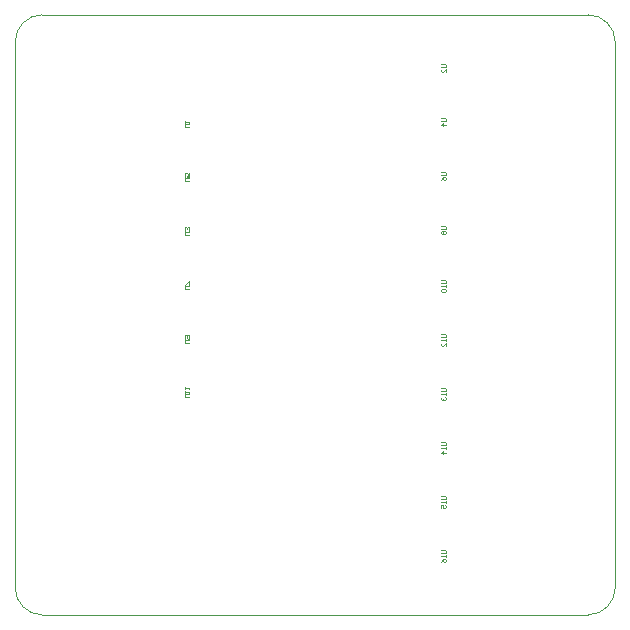
<source format=gm1>
G04*
G04 #@! TF.GenerationSoftware,Altium Limited,Altium Designer,21.6.4 (81)*
G04*
G04 Layer_Color=16711935*
%FSLAX25Y25*%
%MOIN*%
G70*
G04*
G04 #@! TF.SameCoordinates,90030F59-7507-437C-A338-71E6985DC830*
G04*
G04*
G04 #@! TF.FilePolarity,Positive*
G04*
G01*
G75*
%ADD42C,0.00100*%
%ADD43C,0.00236*%
D42*
X290985Y100000D02*
G03*
X300000Y109015I-0J9015D01*
G01*
X300000Y290985D02*
G03*
X290985Y300000I-9015J-0D01*
G01*
X100000Y109015D02*
G03*
X109015Y100000I9015J0D01*
G01*
X109015Y300000D02*
G03*
X100000Y290985I0J-9015D01*
G01*
X300000Y109015D02*
Y290985D01*
X109015Y100000D02*
X290985D01*
X109015Y300000D02*
X290985D01*
X100000Y109015D02*
Y290985D01*
D43*
X241926Y139500D02*
X243238D01*
X243500Y139238D01*
Y138713D01*
X243238Y138451D01*
X241926D01*
X243500Y137926D02*
Y137401D01*
Y137663D01*
X241926D01*
X242188Y137926D01*
X241926Y135564D02*
Y136614D01*
X242713D01*
X242450Y136089D01*
Y135827D01*
X242713Y135564D01*
X243238D01*
X243500Y135827D01*
Y136351D01*
X243238Y136614D01*
X158074Y262500D02*
X156762D01*
X156500Y262762D01*
Y263287D01*
X156762Y263549D01*
X158074D01*
X156500Y264074D02*
Y264599D01*
Y264337D01*
X158074D01*
X157812Y264074D01*
X241926Y211500D02*
X243238D01*
X243500Y211238D01*
Y210713D01*
X243238Y210451D01*
X241926D01*
X243500Y209926D02*
Y209401D01*
Y209663D01*
X241926D01*
X242188Y209926D01*
Y208614D02*
X241926Y208351D01*
Y207827D01*
X242188Y207564D01*
X243238D01*
X243500Y207827D01*
Y208351D01*
X243238Y208614D01*
X242188D01*
X158074Y172500D02*
X156762D01*
X156500Y172762D01*
Y173287D01*
X156762Y173549D01*
X158074D01*
X156500Y174074D02*
Y174599D01*
Y174337D01*
X158074D01*
X157812Y174074D01*
X156500Y175386D02*
Y175911D01*
Y175649D01*
X158074D01*
X157812Y175386D01*
X241926Y121500D02*
X243238D01*
X243500Y121238D01*
Y120713D01*
X243238Y120450D01*
X241926D01*
X243500Y119926D02*
Y119401D01*
Y119663D01*
X241926D01*
X242188Y119926D01*
X241926Y117564D02*
X242188Y118089D01*
X242713Y118614D01*
X243238D01*
X243500Y118351D01*
Y117827D01*
X243238Y117564D01*
X242975D01*
X242713Y117827D01*
Y118614D01*
X241926Y157500D02*
X243238D01*
X243500Y157238D01*
Y156713D01*
X243238Y156450D01*
X241926D01*
X243500Y155926D02*
Y155401D01*
Y155663D01*
X241926D01*
X242188Y155926D01*
X243500Y153827D02*
X241926D01*
X242713Y154614D01*
Y153564D01*
X241926Y175500D02*
X243238D01*
X243500Y175238D01*
Y174713D01*
X243238Y174451D01*
X241926D01*
X243500Y173926D02*
Y173401D01*
Y173663D01*
X241926D01*
X242188Y173926D01*
Y172614D02*
X241926Y172351D01*
Y171827D01*
X242188Y171564D01*
X242450D01*
X242713Y171827D01*
Y172089D01*
Y171827D01*
X242975Y171564D01*
X243238D01*
X243500Y171827D01*
Y172351D01*
X243238Y172614D01*
X241926Y193500D02*
X243238D01*
X243500Y193238D01*
Y192713D01*
X243238Y192450D01*
X241926D01*
X243500Y191926D02*
Y191401D01*
Y191663D01*
X241926D01*
X242188Y191926D01*
X243500Y189564D02*
Y190614D01*
X242450Y189564D01*
X242188D01*
X241926Y189827D01*
Y190351D01*
X242188Y190614D01*
X158074Y190500D02*
X156762D01*
X156500Y190762D01*
Y191287D01*
X156762Y191550D01*
X158074D01*
X156762Y192074D02*
X156500Y192337D01*
Y192861D01*
X156762Y193124D01*
X157812D01*
X158074Y192861D01*
Y192337D01*
X157812Y192074D01*
X157550D01*
X157287Y192337D01*
Y193124D01*
X241926Y229500D02*
X243238D01*
X243500Y229238D01*
Y228713D01*
X243238Y228450D01*
X241926D01*
X242188Y227926D02*
X241926Y227663D01*
Y227139D01*
X242188Y226876D01*
X242450D01*
X242713Y227139D01*
X242975Y226876D01*
X243238D01*
X243500Y227139D01*
Y227663D01*
X243238Y227926D01*
X242975D01*
X242713Y227663D01*
X242450Y227926D01*
X242188D01*
X242713Y227663D02*
Y227139D01*
X158074Y208500D02*
X156762D01*
X156500Y208762D01*
Y209287D01*
X156762Y209549D01*
X158074D01*
Y210074D02*
Y211124D01*
X157812D01*
X156762Y210074D01*
X156500D01*
X241926Y247500D02*
X243238D01*
X243500Y247238D01*
Y246713D01*
X243238Y246450D01*
X241926D01*
Y244876D02*
X242188Y245401D01*
X242713Y245926D01*
X243238D01*
X243500Y245663D01*
Y245139D01*
X243238Y244876D01*
X242975D01*
X242713Y245139D01*
Y245926D01*
X158074Y244500D02*
X156762D01*
X156500Y244762D01*
Y245287D01*
X156762Y245550D01*
X158074D01*
Y247124D02*
Y246074D01*
X157287D01*
X157550Y246599D01*
Y246861D01*
X157287Y247124D01*
X156762D01*
X156500Y246861D01*
Y246337D01*
X156762Y246074D01*
X241926Y265500D02*
X243238D01*
X243500Y265238D01*
Y264713D01*
X243238Y264451D01*
X241926D01*
X243500Y263139D02*
X241926D01*
X242713Y263926D01*
Y262876D01*
X158074Y226500D02*
X156762D01*
X156500Y226762D01*
Y227287D01*
X156762Y227550D01*
X158074D01*
X157812Y228074D02*
X158074Y228337D01*
Y228861D01*
X157812Y229124D01*
X157550D01*
X157287Y228861D01*
Y228599D01*
Y228861D01*
X157025Y229124D01*
X156762D01*
X156500Y228861D01*
Y228337D01*
X156762Y228074D01*
X241926Y283500D02*
X243238D01*
X243500Y283238D01*
Y282713D01*
X243238Y282451D01*
X241926D01*
X243500Y280876D02*
Y281926D01*
X242450Y280876D01*
X242188D01*
X241926Y281139D01*
Y281663D01*
X242188Y281926D01*
M02*

</source>
